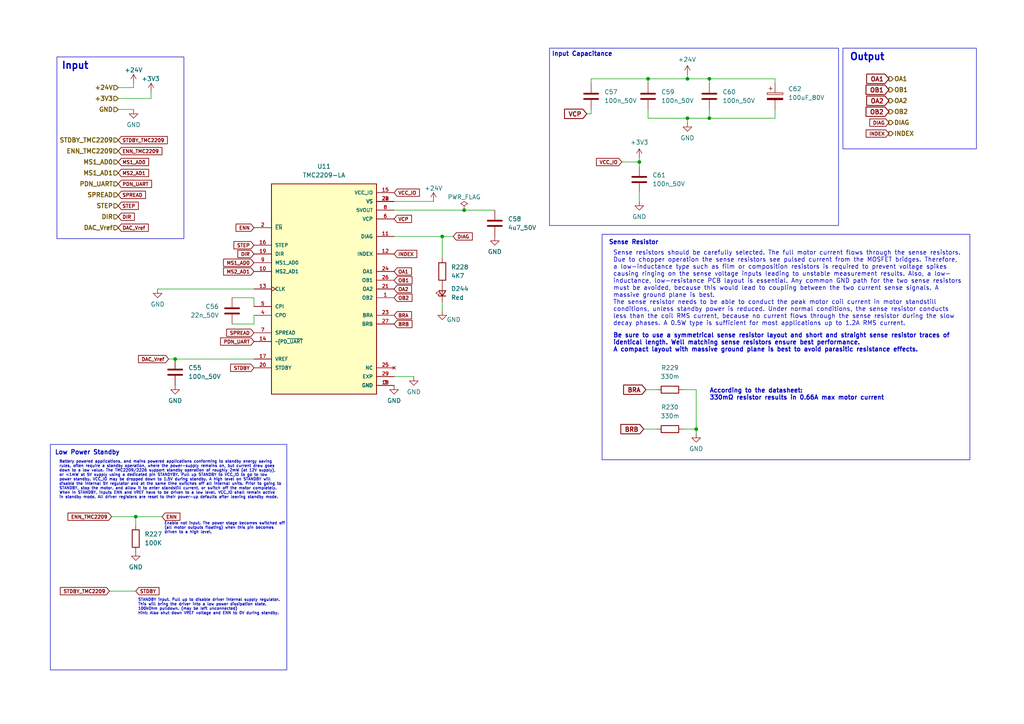
<source format=kicad_sch>
(kicad_sch (version 20231120) (generator "eeschema") (generator_version "8.0")
  (paper "A4")
  (lib_symbols
    (symbol "_C_0402:100n_50V" (pin_numbers hide) (pin_names (offset 0.254))
      (property "Reference" "C" (at 0.635 2.54 0))
      (property "Value" "100n_50V" (at 0.635 -2.54 0))
      (symbol "100n_50V_0_1"
        (polyline (pts (xy -2.032 -0.762) (xy 2.032 -0.762)) (stroke (width 0.508)))
        (polyline (pts (xy -2.032 0.762) (xy 2.032 0.762)) (stroke (width 0.508)))
      )
      (symbol "100n_50V_1_1"
        (pin passive line (at 0 3.81 270) (length 2.794) (name "~") (number "1"))
        (pin passive line (at 0 -3.81 90) (length 2.794) (name "~") (number "2"))
      )
    )
    (symbol "_C_0402:22n_50V" (pin_numbers hide) (pin_names (offset 0.254))
      (property "Reference" "C" (at 0.635 2.54 0))
      (property "Value" "22n_50V" (at 0.635 -2.54 0))
      (symbol "22n_50V_0_1"
        (polyline (pts (xy -2.032 -0.762) (xy 2.032 -0.762)) (stroke (width 0.508)))
        (polyline (pts (xy -2.032 0.762) (xy 2.032 0.762)) (stroke (width 0.508)))
      )
      (symbol "22n_50V_1_1"
        (pin passive line (at 0 3.81 270) (length 2.794) (name "~") (number "1"))
        (pin passive line (at 0 -3.81 90) (length 2.794) (name "~") (number "2"))
      )
    )
    (symbol "_C_1206:4u7_50V" (pin_numbers hide) (pin_names (offset 0.254))
      (property "Reference" "C" (at 0.635 2.54 0))
      (property "Value" "4u7_50V" (at 0.635 -2.54 0))
      (symbol "4u7_50V_0_1"
        (polyline (pts (xy -2.032 -0.762) (xy 2.032 -0.762)) (stroke (width 0.508)))
        (polyline (pts (xy -2.032 0.762) (xy 2.032 0.762)) (stroke (width 0.508)))
      )
      (symbol "4u7_50V_1_1"
        (pin passive line (at 0 3.81 270) (length 2.794) (name "~") (number "1"))
        (pin passive line (at 0 -3.81 90) (length 2.794) (name "~") (number "2"))
      )
    )
    (symbol "_C_Polarized:100uF_80V" (pin_numbers hide) (pin_names (offset 0.254))
      (property "Reference" "C" (at 0.635 2.54 0))
      (property "Value" "100uF_80V" (at 0.635 -2.54 0))
      (symbol "100uF_80V_0_1"
        (rectangle (start -2.286 0.508) (end 2.286 1.016))
        (polyline (pts (xy -1.778 2.286) (xy -0.762 2.286)))
        (polyline (pts (xy -1.27 2.794) (xy -1.27 1.778)))
        (rectangle (start 2.286 -0.508) (end -2.286 -1.016) (fill (type outline)))
      )
      (symbol "100uF_80V_1_1"
        (pin passive line (at 0 3.81 270) (length 2.794) (name "~") (number "1"))
        (pin passive line (at 0 -3.81 90) (length 2.794) (name "~") (number "2"))
      )
    )
    (symbol "_Driver_Motor:TMC2209-LA" (pin_names (offset 1.016))
      (property "Reference" "U" (at -15.24 30.48 0))
      (property "Value" "TMC2209-LA" (at -15.24 -33.02 0))
      (symbol "TMC2209-LA_0_0"
        (rectangle (start -15.24 -30.48) (end 15.24 30.48) (stroke (width 0.254)) (fill (type background)))
        (pin output line (at 20.32 -2.54 180) (length 5.08) (name "OB2") (number "1"))
        (pin input line (at -20.32 5.08 0) (length 5.08) (name "MS2_AD1") (number "10"))
        (pin output line (at 20.32 15.24 180) (length 5.08) (name "DIAG") (number "11"))
        (pin output line (at 20.32 10.16 180) (length 5.08) (name "INDEX") (number "12"))
        (pin input clock (at -20.32 0 0) (length 5.08) (name "CLK") (number "13"))
        (pin bidirectional line (at -20.32 -15.24 0) (length 5.08) (name "~{PD~{_UART}") (number "14"))
        (pin power_in line (at 20.32 27.94 180) (length 5.08) (name "VCC_IO") (number "15"))
        (pin input line (at -20.32 12.7 0) (length 5.08) (name "STEP") (number "16"))
        (pin input line (at -20.32 -20.32 0) (length 5.08) (name "VREF") (number "17"))
        (pin power_in line (at 20.32 -27.94 180) (length 5.08) (name "GND") (number "18"))
        (pin input line (at -20.32 10.16 0) (length 5.08) (name "DIR") (number "19"))
        (pin input line (at -20.32 17.78 0) (length 5.08) (name "~{EN}") (number "2"))
        (pin input line (at -20.32 -22.86 0) (length 5.08) (name "STDBY") (number "20"))
        (pin output line (at 20.32 0 180) (length 5.08) (name "OA2") (number "21"))
        (pin power_in line (at 20.32 25.4 180) (length 5.08) (name "VS") (number "22"))
        (pin bidirectional line (at 20.32 -7.62 180) (length 5.08) (name "BRA") (number "23"))
        (pin output line (at 20.32 5.08 180) (length 5.08) (name "OA1") (number "24"))
        (pin no_connect line (at 20.32 -22.86 180) (length 5.08) (name "NC") (number "25"))
        (pin output line (at 20.32 2.54 180) (length 5.08) (name "OB1") (number "26"))
        (pin bidirectional line (at 20.32 -10.16 180) (length 5.08) (name "BRB") (number "27"))
        (pin power_in line (at 20.32 25.4 180) (length 5.08) (name "VS") (number "28"))
        (pin power_in line (at 20.32 -25.4 180) (length 5.08) (name "EXP") (number "29"))
        (pin power_in line (at 20.32 -27.94 180) (length 5.08) (name "GND") (number "3"))
        (pin output line (at -20.32 -7.62 0) (length 5.08) (name "CPO") (number "4"))
        (pin input line (at -20.32 -5.08 0) (length 5.08) (name "CPI") (number "5"))
        (pin power_in line (at 20.32 20.32 180) (length 5.08) (name "VCP") (number "6"))
        (pin input line (at -20.32 -12.7 0) (length 5.08) (name "SPREAD") (number "7"))
        (pin power_in line (at 20.32 22.86 180) (length 5.08) (name "5VOUT") (number "8"))
        (pin input line (at -20.32 7.62 0) (length 5.08) (name "MS1_AD0") (number "9"))
      )
    )
    (symbol "_LED:Red" (pin_numbers hide) (pin_names (offset 0.254) hide)
      (property "Reference" "D" (at -1.27 3.175 0))
      (property "Value" "Red" (at -4.445 -2.54 0))
      (symbol "Red_0_1"
        (polyline (pts (xy -0.762 -1.016) (xy -0.762 1.016)) (stroke (width 0.254)))
        (polyline (pts (xy 1.016 0) (xy -0.762 0)))
        (polyline (pts (xy 0.762 -1.016) (xy -0.762 0) (xy 0.762 1.016) (xy 0.762 -1.016)) (stroke (width 0.254)))
        (polyline (pts (xy 0 0.762) (xy -0.508 1.27) (xy -0.254 1.27) (xy -0.508 1.27) (xy -0.508 1.016)))
        (polyline (pts (xy 0.508 1.27) (xy 0 1.778) (xy 0.254 1.778) (xy 0 1.778) (xy 0 1.524)))
      )
      (symbol "Red_1_1"
        (pin passive line (at -2.54 0 0) (length 1.778) (name "K") (number "1"))
        (pin passive line (at 2.54 0 180) (length 1.778) (name "A") (number "2"))
      )
    )
    (symbol "_R_0402:100K" (pin_numbers hide) (pin_names (offset 0))
      (property "Reference" "R" (at 2.032 0 90))
      (property "Value" "100K" (at 0 0 90))
      (symbol "100K_0_1"
        (rectangle (start -1.016 -2.54) (end 1.016 2.54) (stroke (width 0.254)))
      )
      (symbol "100K_1_1"
        (pin passive line (at 0 3.81 270) (length 1.27) (name "~") (number "1"))
        (pin passive line (at 0 -3.81 90) (length 1.27) (name "~") (number "2"))
      )
    )
    (symbol "_R_0603:4K7" (pin_numbers hide) (pin_names (offset 0))
      (property "Reference" "R" (at 2.032 0 90))
      (property "Value" "4K7" (at 0 0 90))
      (symbol "4K7_0_1"
        (rectangle (start -1.016 -2.54) (end 1.016 2.54) (stroke (width 0.254)))
      )
      (symbol "4K7_1_1"
        (pin passive line (at 0 3.81 270) (length 1.27) (name "~") (number "1"))
        (pin passive line (at 0 -3.81 90) (length 1.27) (name "~") (number "2"))
      )
    )
    (symbol "_R_1210:330m" (pin_numbers hide) (pin_names (offset 0))
      (property "Reference" "R" (at 2.032 0 90))
      (property "Value" "330m" (at 0 0 90))
      (symbol "330m_0_1"
        (rectangle (start -1.016 -2.54) (end 1.016 2.54) (stroke (width 0.254)))
      )
      (symbol "330m_1_1"
        (pin passive line (at 0 3.81 270) (length 1.27) (name "~") (number "1"))
        (pin passive line (at 0 -3.81 90) (length 1.27) (name "~") (number "2"))
      )
    )
    (symbol "power:+24V" (power) (pin_names (offset 0))
      (property "Value" "+24V" (at 0 3.556 0))
      (symbol "+24V_0_1"
        (polyline (pts (xy -0.762 1.27) (xy 0 2.54)))
        (polyline (pts (xy 0 0) (xy 0 2.54)))
        (polyline (pts (xy 0 2.54) (xy 0.762 1.27)))
      )
      (symbol "+24V_1_1"
        (pin power_in line (at 0 0 90) (length 0) hide (name "+24V") (number "1"))
      )
    )
    (symbol "power:+3V3" (power) (pin_names (offset 0))
      (property "Value" "+3V3" (at 0 3.556 0))
      (symbol "+3V3_0_1"
        (polyline (pts (xy -0.762 1.27) (xy 0 2.54)))
        (polyline (pts (xy 0 0) (xy 0 2.54)))
        (polyline (pts (xy 0 2.54) (xy 0.762 1.27)))
      )
      (symbol "+3V3_1_1"
        (pin power_in line (at 0 0 90) (length 0) hide (name "+3V3") (number "1"))
      )
    )
    (symbol "power:GND" (power) (pin_names (offset 0))
      (property "Value" "GND" (at 0 -3.81 0))
      (symbol "GND_0_1"
        (polyline (pts (xy 0 0) (xy 0 -1.27) (xy 1.27 -1.27) (xy 0 -2.54) (xy -1.27 -1.27) (xy 0 -1.27)))
      )
      (symbol "GND_1_1"
        (pin power_in line (at 0 0 270) (length 0) hide (name "GND") (number "1"))
      )
    )
    (symbol "power:PWR_FLAG" (power) (pin_numbers hide) (pin_names (offset 0) hide)
      (property "Value" "PWR_FLAG" (at 0 3.81 0))
      (symbol "PWR_FLAG_0_0"
        (pin power_out line (at 0 0 90) (length 0) (name "pwr") (number "1"))
      )
      (symbol "PWR_FLAG_0_1"
        (polyline (pts (xy 0 0) (xy 0 1.27) (xy -1.016 1.905) (xy 0 2.54) (xy 1.016 1.905) (xy 0 1.27)))
      )
    )
  )
  (junction (at 187.96 22.86))
  (junction (at 39.37 149.86))
  (junction (at 128.27 68.58))
  (junction (at 199.39 34.29))
  (junction (at 134.62 60.96))
  (junction (at 199.39 22.86))
  (junction (at 205.74 22.86))
  (junction (at 50.8 104.14))
  (junction (at 205.74 34.29))
  (junction (at 201.93 124.46))
  (junction (at 185.42 46.99))
  (wire (pts (xy 199.39 34.29) (xy 205.74 34.29)))
  (wire (pts (xy 186.69 124.46) (xy 190.5 124.46)))
  (wire (pts (xy 48.895 104.14) (xy 50.8 104.14)))
  (wire (pts (xy 131.445 68.58) (xy 128.27 68.58)))
  (wire (pts (xy 67.31 93.98) (xy 73.66 93.98)))
  (wire (pts (xy 187.96 31.75) (xy 187.96 34.29)))
  (wire (pts (xy 171.45 22.86) (xy 187.96 22.86)))
  (wire (pts (xy 45.72 83.82) (xy 73.66 83.82)))
  (wire (pts (xy 171.45 31.75) (xy 171.45 33.02)))
  (wire (pts (xy 205.74 22.86) (xy 224.79 22.86)))
  (wire (pts (xy 34.29 31.75) (xy 38.735 31.75)))
  (wire (pts (xy 171.45 22.86) (xy 171.45 24.13)))
  (wire (pts (xy 187.325 113.03) (xy 190.5 113.03)))
  (wire (pts (xy 187.96 22.86) (xy 199.39 22.86)))
  (wire (pts (xy 187.96 22.86) (xy 187.96 24.13)))
  (wire (pts (xy 224.79 31.75) (xy 224.79 34.29)))
  (wire (pts (xy 50.8 104.14) (xy 73.66 104.14)))
  (wire (pts (xy 67.31 86.36) (xy 73.66 86.36)))
  (wire (pts (xy 185.42 46.99) (xy 185.42 48.26)))
  (wire (pts (xy 201.93 113.03) (xy 198.12 113.03)))
  (wire (pts (xy 185.42 55.88) (xy 185.42 58.42)))
  (wire (pts (xy 31.75 171.45) (xy 39.37 171.45)))
  (wire (pts (xy 198.12 124.46) (xy 201.93 124.46)))
  (wire (pts (xy 128.27 68.58) (xy 128.27 74.93)))
  (wire (pts (xy 128.27 68.58) (xy 114.3 68.58)))
  (wire (pts (xy 199.39 21.59) (xy 199.39 22.86)))
  (wire (pts (xy 73.66 86.36) (xy 73.66 88.9)))
  (wire (pts (xy 199.39 34.29) (xy 199.39 35.56)))
  (wire (pts (xy 38.735 25.4) (xy 34.29 25.4)))
  (wire (pts (xy 187.96 34.29) (xy 199.39 34.29)))
  (wire (pts (xy 114.3 58.42) (xy 125.73 58.42)))
  (wire (pts (xy 39.37 149.86) (xy 46.99 149.86)))
  (wire (pts (xy 73.66 91.44) (xy 73.66 93.98)))
  (wire (pts (xy 180.34 46.99) (xy 185.42 46.99)))
  (wire (pts (xy 185.42 46.99) (xy 185.42 45.72)))
  (wire (pts (xy 34.29 28.575) (xy 43.815 28.575)))
  (wire (pts (xy 201.93 124.46) (xy 201.93 125.73)))
  (wire (pts (xy 224.79 34.29) (xy 205.74 34.29)))
  (wire (pts (xy 39.37 149.86) (xy 39.37 152.4)))
  (wire (pts (xy 114.3 60.96) (xy 134.62 60.96)))
  (wire (pts (xy 43.815 26.67) (xy 43.815 28.575)))
  (wire (pts (xy 201.93 113.03) (xy 201.93 124.46)))
  (wire (pts (xy 134.62 60.96) (xy 143.51 60.96)))
  (wire (pts (xy 224.79 22.86) (xy 224.79 24.13)))
  (wire (pts (xy 38.735 24.13) (xy 38.735 25.4)))
  (wire (pts (xy 32.385 149.86) (xy 39.37 149.86)))
  (wire (pts (xy 205.74 22.86) (xy 205.74 24.13)))
  (wire (pts (xy 114.3 109.22) (xy 120.015 109.22)))
  (wire (pts (xy 128.27 90.17) (xy 128.27 87.63)))
  (wire (pts (xy 199.39 22.86) (xy 205.74 22.86)))
  (wire (pts (xy 205.74 31.75) (xy 205.74 34.29)))
  (wire (pts (xy 171.45 33.02) (xy 170.18 33.02)))
  (rectangle (start 159.385 13.97) (end 243.205 65.405))
  (rectangle (start 244.475 13.97) (end 283.21 43.18))
  (rectangle (start 16.51 16.51) (end 53.34 69.215))
  (rectangle (start 14.605 128.905) (end 83.185 194.31))
  (rectangle (start 174.625 67.945) (end 281.305 133.35))
  (text "STANDBY input. Pull up to disable driver internal supply regulator.\nThis will bring the driver into a low power dissipation state.\n100kOhm pulldown. (may be left unconnected)\nHint: Also shut down VREF voltage and ENN to 0V during standby." (at 40.005 178.435 0) (effects (font (size 0.8 0.8)) (justify left bottom)))
  (text "Output" (at 246.38 17.78 0) (effects (font (size 2 2) (thickness 0.4) (bold yes)) (justify left bottom)))
  (text "Sense resistors should be carefully selected. The full motor current flows through the sense resistors.\nDue to chopper operation the sense resistors see pulsed current from the MOSFET bridges. Therefore,\na low-inductance type such as film or composition resistors is required to prevent voltage spikes\ncausing ringing on the sense voltage inputs leading to unstable measurement results. Also, a low-\ninductance, low-resistance PCB layout is essential. Any common GND path for the two sense resistors\nmust be avoided, because this would lead to coupling between the two current sense signals. A\nmassive ground plane is best.\nThe sense resistor needs to be able to conduct the peak motor coil current in motor standstill\nconditions, unless standby power is reduced. Under normal conditions, the sense resistor conducts\nless than the coil RMS current, because no current flows through the sense resistor during the slow\ndecay phases. A 0.5W type is sufficient for most applications up to 1.2A RMS current." (at 177.8 94.615 0) (effects (font (size 1.27 1.27)) (justify left bottom)))
  (text "Enable not input. The power stage becomes switched off\n(all motor outputs floating) when this pin becomes\ndriven to a high level." (at 47.625 154.94 0) (effects (font (size 0.8 0.8)) (justify left bottom)))
  (text "Low Power Standby" (at 15.875 132.08 0) (effects (font (size 1.27 1.27) (bold yes)) (justify left bottom)))
  (text "Be sure to use a symmetrical sense resistor layout and short and straight sense resistor traces of\nidentical length. Well matching sense resistors ensure best performance.\nA compact layout with massive ground plane is best to avoid parasitic resistance effects." (at 177.8 102.235 0) (effects (font (size 1.27 1.27) (thickness 0.254) (bold yes)) (justify left bottom)))
  (text "According to the datasheet:\n330mΩ resistor results in 0.66A max motor current" (at 205.74 116.205 0) (effects (font (size 1.27 1.27) (bold yes)) (justify left bottom)))
  (text "Sense Resistor" (at 176.53 71.12 0) (effects (font (size 1.27 1.27) (bold yes)) (justify left bottom)))
  (text "Battery powered applications, and mains powered applications conforming to standby energy saving\nrules, often require a standby operation, where the power-supply remains on, but current draw goes\ndown to a low value. The TMC2209/2226 support standby operation of roughly 2mW (at 12V supply),\nor <1mW at 5V supply using a dedicated pin STANDYBY. Pull up STANDBY to VCC_IO to go to low\npower standby. VCC_IO may be dropped down to 1.5V during standby. A high level on STANDBY will\ndisable the internal 5V regulator and at the same time switches off all internal units. Prior to going to\nSTANDBY, stop the motor, and allow it to enter standstill current, or switch off the motor completely.\nWhen in STANDBY, inputs ENN and VREF have to be driven to a low level. VCC_IO shall remain active\nin standby mode. All driver registers are reset to their power-up defaults after leaving standby mode." (at 17.145 144.78 0) (effects (font (size 0.8 0.8)) (justify left bottom)))
  (text "Input Capacitance" (at 160.02 16.51 0) (effects (font (size 1.27 1.27) (bold yes)) (justify left bottom)))
  (text "Input" (at 17.78 20.32 0) (effects (font (size 2 2) (thickness 0.4) (bold yes)) (justify left bottom)))
  (global_label "ENN" (shape input) (at 73.66 66.04 180) (effects (font (size 1 1) (bold yes))) (property "Intersheetrefs" "${INTERSHEET_REFS}" (effects (hide yes))))
  (global_label "DAC_Vref" (shape input) (at 48.895 104.14 180) (effects (font (size 1 1) (bold yes))) (property "Intersheetrefs" "${INTERSHEET_REFS}" (effects (hide yes))))
  (global_label "BRA" (shape input) (at 114.3 91.44 0) (effects (font (size 1 1) (bold yes))) (property "Intersheetrefs" "${INTERSHEET_REFS}" (effects (hide yes))))
  (global_label "INDEX" (shape input) (at 257.81 38.735 180) (effects (font (size 1 1) (bold yes))) (property "Intersheetrefs" "${INTERSHEET_REFS}" (effects (hide yes))))
  (global_label "ENN" (shape input) (at 46.99 149.86 0) (effects (font (size 1 1) (bold yes))) (property "Intersheetrefs" "${INTERSHEET_REFS}" (effects (hide yes))))
  (global_label "VCP" (shape input) (at 170.18 33.02 180) (effects (font (bold yes))) (property "Intersheetrefs" "${INTERSHEET_REFS}" (effects (hide yes))))
  (global_label "STDBY" (shape input) (at 39.37 171.45 0) (effects (font (size 1 1) (bold yes))) (property "Intersheetrefs" "${INTERSHEET_REFS}" (effects (hide yes))))
  (global_label "MS2_AD1" (shape input) (at 34.29 50.165 0) (effects (font (size 1 1) (bold yes))) (property "Intersheetrefs" "${INTERSHEET_REFS}" (effects (hide yes))))
  (global_label "BRA" (shape input) (at 187.325 113.03 180) (effects (font (bold yes))) (property "Intersheetrefs" "${INTERSHEET_REFS}" (effects (hide yes))))
  (global_label "SPREAD" (shape input) (at 73.66 96.52 180) (effects (font (size 1 1) (bold yes))) (property "Intersheetrefs" "${INTERSHEET_REFS}" (effects (hide yes))))
  (global_label "VCC_IO" (shape input) (at 180.34 46.99 180) (effects (font (size 1 1) (bold yes))) (property "Intersheetrefs" "${INTERSHEET_REFS}" (effects (hide yes))))
  (global_label "VCP" (shape input) (at 114.3 63.5 0) (effects (font (size 1 1) (bold yes))) (property "Intersheetrefs" "${INTERSHEET_REFS}" (effects (hide yes))))
  (global_label "OB2" (shape input) (at 114.3 86.36 0) (effects (font (size 1 1) (bold yes))) (property "Intersheetrefs" "${INTERSHEET_REFS}" (effects (hide yes))))
  (global_label "MS1_AD0" (shape input) (at 34.29 46.99 0) (effects (font (size 1 1) (bold yes))) (property "Intersheetrefs" "${INTERSHEET_REFS}" (effects (hide yes))))
  (global_label "PDN_UART" (shape input) (at 34.29 53.34 0) (effects (font (size 1 1) (bold yes))) (property "Intersheetrefs" "${INTERSHEET_REFS}" (effects (hide yes))))
  (global_label "STEP" (shape input) (at 34.29 59.69 0) (effects (font (size 1 1) (bold yes))) (property "Intersheetrefs" "${INTERSHEET_REFS}" (effects (hide yes))))
  (global_label "DIR" (shape input) (at 73.66 73.66 180) (effects (font (size 1 1) (bold yes))) (property "Intersheetrefs" "${INTERSHEET_REFS}" (effects (hide yes))))
  (global_label "STEP" (shape input) (at 73.66 71.12 180) (effects (font (size 1 1) (bold yes))) (property "Intersheetrefs" "${INTERSHEET_REFS}" (effects (hide yes))))
  (global_label "MS2_AD1" (shape input) (at 73.66 78.74 180) (effects (font (size 1 1) (bold yes))) (property "Intersheetrefs" "${INTERSHEET_REFS}" (effects (hide yes))))
  (global_label "OA1" (shape input) (at 114.3 78.74 0) (effects (font (size 1 1) (bold yes))) (property "Intersheetrefs" "${INTERSHEET_REFS}" (effects (hide yes))))
  (global_label "DAC_Vref" (shape input) (at 34.29 66.04 0) (effects (font (size 1 1) (bold yes))) (property "Intersheetrefs" "${INTERSHEET_REFS}" (effects (hide yes))))
  (global_label "DIAG" (shape input) (at 257.81 35.56 180) (effects (font (size 1 1) (bold yes))) (property "Intersheetrefs" "${INTERSHEET_REFS}" (effects (hide yes))))
  (global_label "MS1_AD0" (shape input) (at 73.66 76.2 180) (effects (font (size 1 1) (bold yes))) (property "Intersheetrefs" "${INTERSHEET_REFS}" (effects (hide yes))))
  (global_label "OA1" (shape input) (at 257.81 22.86 180) (effects (font (bold yes))) (property "Intersheetrefs" "${INTERSHEET_REFS}" (effects (hide yes))))
  (global_label "STDBY" (shape input) (at 73.66 106.68 180) (effects (font (size 1 1) (bold yes))) (property "Intersheetrefs" "${INTERSHEET_REFS}" (effects (hide yes))))
  (global_label "OA2" (shape input) (at 257.81 29.21 180) (effects (font (bold yes))) (property "Intersheetrefs" "${INTERSHEET_REFS}" (effects (hide yes))))
  (global_label "VCC_IO" (shape input) (at 114.3 55.88 0) (effects (font (size 1 1) (bold yes))) (property "Intersheetrefs" "${INTERSHEET_REFS}" (effects (hide yes))))
  (global_label "STDBY_TMC2209" (shape input) (at 34.29 40.64 0) (effects (font (size 1 1) (bold yes))) (property "Intersheetrefs" "${INTERSHEET_REFS}" (effects (hide yes))))
  (global_label "BRB" (shape input) (at 114.3 93.98 0) (effects (font (size 1 1) (bold yes))) (property "Intersheetrefs" "${INTERSHEET_REFS}" (effects (hide yes))))
  (global_label "STDBY_TMC2209" (shape input) (at 31.75 171.45 180) (effects (font (size 1 1) (bold yes))) (property "Intersheetrefs" "${INTERSHEET_REFS}" (effects (hide yes))))
  (global_label "ENN_TMC2209" (shape input) (at 32.385 149.86 180) (effects (font (size 1 1) (bold yes))) (property "Intersheetrefs" "${INTERSHEET_REFS}" (effects (hide yes))))
  (global_label "SPREAD" (shape input) (at 34.29 56.515 0) (effects (font (size 1 1) (bold yes))) (property "Intersheetrefs" "${INTERSHEET_REFS}" (effects (hide yes))))
  (global_label "OB1" (shape input) (at 114.3 81.28 0) (effects (font (size 1 1) (bold yes))) (property "Intersheetrefs" "${INTERSHEET_REFS}" (effects (hide yes))))
  (global_label "ENN_TMC2209" (shape input) (at 34.29 43.815 0) (effects (font (size 1 1) (bold yes))) (property "Intersheetrefs" "${INTERSHEET_REFS}" (effects (hide yes))))
  (global_label "OA2" (shape input) (at 114.3 83.82 0) (effects (font (size 1 1) (bold yes))) (property "Intersheetrefs" "${INTERSHEET_REFS}" (effects (hide yes))))
  (global_label "DIR" (shape input) (at 34.29 62.865 0) (effects (font (size 1 1) (bold yes))) (property "Intersheetrefs" "${INTERSHEET_REFS}" (effects (hide yes))))
  (global_label "INDEX" (shape input) (at 114.3 73.66 0) (effects (font (size 1 1) (bold yes))) (property "Intersheetrefs" "${INTERSHEET_REFS}" (effects (hide yes))))
  (global_label "OB2" (shape input) (at 257.81 32.385 180) (effects (font (bold yes))) (property "Intersheetrefs" "${INTERSHEET_REFS}" (effects (hide yes))))
  (global_label "DIAG" (shape input) (at 131.445 68.58 0) (effects (font (size 1 1) (bold yes))) (property "Intersheetrefs" "${INTERSHEET_REFS}" (effects (hide yes))))
  (global_label "OB1" (shape input) (at 257.81 26.035 180) (effects (font (bold yes))) (property "Intersheetrefs" "${INTERSHEET_REFS}" (effects (hide yes))))
  (global_label "PDN_UART" (shape input) (at 73.66 99.06 180) (effects (font (size 1 1) (bold yes))) (property "Intersheetrefs" "${INTERSHEET_REFS}" (effects (hide yes))))
  (global_label "BRB" (shape input) (at 186.69 124.46 180) (effects (font (bold yes))) (property "Intersheetrefs" "${INTERSHEET_REFS}" (effects (hide yes))))
  (hierarchical_label "DIAG" (shape output) (at 257.81 35.56 0) (effects (font (bold yes))))
  (hierarchical_label "ENN_TMC2209" (shape input) (at 34.29 43.815 180) (effects (font (bold yes))))
  (hierarchical_label "INDEX" (shape output) (at 257.81 38.735 0) (effects (font (bold yes))))
  (hierarchical_label "+24V" (shape input) (at 34.29 25.4 180) (effects (font (bold yes))))
  (hierarchical_label "OB1" (shape output) (at 257.81 26.035 0) (effects (font (bold yes))))
  (hierarchical_label "+3V3" (shape input) (at 34.29 28.575 180) (effects (font (bold yes))))
  (hierarchical_label "PDN_UART" (shape input) (at 34.29 53.34 180) (effects (font (bold yes))))
  (hierarchical_label "MS1_AD1" (shape input) (at 34.29 50.165 180) (effects (font (bold yes))))
  (hierarchical_label "SPREAD" (shape input) (at 34.29 56.515 180) (effects (font (bold yes))))
  (hierarchical_label "OB2" (shape output) (at 257.81 32.385 0) (effects (font (bold yes))))
  (hierarchical_label "GND" (shape input) (at 34.29 31.75 180) (effects (font (bold yes))))
  (hierarchical_label "OA1" (shape output) (at 257.81 22.86 0) (effects (font (bold yes))))
  (hierarchical_label "MS1_AD0" (shape input) (at 34.29 46.99 180) (effects (font (bold yes))))
  (hierarchical_label "DAC_Vref" (shape input) (at 34.29 66.04 180) (effects (font (bold yes))))
  (hierarchical_label "STEP" (shape input) (at 34.29 59.69 180) (effects (font (bold yes))))
  (hierarchical_label "DIR" (shape input) (at 34.29 62.865 180) (effects (font (bold yes))))
  (hierarchical_label "STDBY_TMC2209" (shape input) (at 34.29 40.64 180) (effects (font (bold yes))))
  (hierarchical_label "OA2" (shape output) (at 257.81 29.21 0) (effects (font (bold yes))))
  (symbol (lib_id "power:PWR_FLAG") (at 134.62 60.96 0) (unit 1)
    (property "Reference" "#FLG04" (effects (hide yes)))
    (property "Value" "PWR_FLAG" (at 134.62 57.15 0))
  )
  (symbol (lib_id "_C_Polarized:100uF_80V") (at 224.79 27.94 0) (unit 1)
    (property "Reference" "C62" (at 228.6 25.7809 0) (effects (justify left)))
    (property "Value" "100uF_80V" (at 228.6 28.3209 0) (effects (justify left)))
    (property "Footprint" "Robast:CP_Elec_12.5x13.5" (effects (hide yes)))
    (property "Datasheet" "https://www.mouser.de/datasheet/2/231/161587245243-2307006.pdf" (effects (hide yes)))
    (property "Description" "Aluminum Electrolytic Capacitor 100uF 80V ±20% SMD,D12.5xL13.5mm" (effects (hide yes)))
    (property "MF" "Lelon" (effects (hide yes)))
    (property "MPN" "VZH101M1KTR-1313" (effects (hide yes)))
    (property "OC_LCSC" "C249839" (effects (hide yes)))
  )
  (symbol (lib_id "power:+24V") (at 199.39 21.59 0) (unit 1)
    (property "Reference" "#PWR0223" (effects (hide yes)))
    (property "Value" "+24V" (at 199.263 17.272 0))
  )
  (symbol (lib_id "power:GND") (at 199.39 35.56 0) (unit 1)
    (property "Reference" "#PWR0224" (effects (hide yes)))
    (property "Value" "GND" (at 199.39 40.005 0))
  )
  (symbol (lib_id "_R_0402:100K") (at 39.37 156.21 0) (unit 1)
    (property "Reference" "R227" (at 41.91 154.9399 0) (effects (justify left)))
    (property "Value" "100K" (at 41.91 157.4799 0) (effects (justify left)))
    (property "Footprint" "Resistor_SMD:R_0402_1005Metric" (effects (hide yes)))
    (property "Description" "Resistor 100K 1% 62.5mW 50V 0402" (effects (hide yes)))
    (property "MF" "UNI-ROYAL" (effects (hide yes)))
    (property "MPN" "0402WGF1003TCE" (effects (hide yes)))
    (property "OC_LCSC" "C25741" (effects (hide yes)))
  )
  (symbol (lib_id "_C_0402:100n_50V") (at 205.74 27.94 0) (unit 1)
    (property "Reference" "C60" (at 209.55 26.6699 0) (effects (justify left)))
    (property "Value" "100n_50V" (at 209.55 29.2099 0) (effects (justify left)))
    (property "Footprint" "Capacitor_SMD:C_0402_1005Metric" (effects (hide yes)))
    (property "Datasheet" "https://product.samsungsem.com/mlcc/CL05B104KB54PN.do" (effects (hide yes)))
    (property "Description" "Capacitor 100nF 50V X7R 10% 0402" (effects (hide yes)))
    (property "MF" "Samsung Electro-Mechanics" (effects (hide yes)))
    (property "MPN" "CL05B104KB54PNC" (effects (hide yes)))
    (property "OC_LCSC" "C307331" (effects (hide yes)))
  )
  (symbol (lib_id "_C_1206:4u7_50V") (at 143.51 64.77 0) (unit 1)
    (property "Reference" "C58" (at 147.32 63.4999 0) (effects (justify left)))
    (property "Value" "4u7_50V" (at 147.32 66.0399 0) (effects (justify left)))
    (property "Footprint" "Capacitor_SMD:C_1206_3216Metric" (effects (hide yes)))
    (property "Description" "Capacitor 4.7uF 50V X7R 10% 1206" (effects (hide yes)))
    (property "MF" "FH" (effects (hide yes)))
    (property "MPN" "1206B475K500NT" (effects (hide yes)))
    (property "OC_LCSC" "C29823" (effects (hide yes)))
  )
  (symbol (lib_id "power:+24V") (at 125.73 58.42 0) (unit 1)
    (property "Reference" "#PWR0230" (effects (hide yes)))
    (property "Value" "+24V" (at 125.73 54.61 0))
  )
  (symbol (lib_id "power:+3V3") (at 185.42 45.72 0) (unit 1)
    (property "Reference" "#PWR0221" (effects (hide yes)))
    (property "Value" "+3V3" (at 185.42 41.275 0))
  )
  (symbol (lib_id "power:GND") (at 39.37 160.02 0) (unit 1)
    (property "Reference" "#PWR0225" (effects (hide yes)))
    (property "Value" "GND" (at 39.37 164.465 0))
  )
  (symbol (lib_id "_LED:Red") (at 128.27 85.09 90) (unit 1)
    (property "Reference" "D244" (at 130.81 83.7564 90) (effects (justify right)))
    (property "Value" "Red" (at 130.81 86.2964 90) (effects (justify right)))
    (property "Footprint" "LED_SMD:LED_0603_1608Metric" (effects (hide yes)))
    (property "Datasheet" "https://datasheet.lcsc.com/lcsc/1810231112_Hubei-KENTO-Elec-KT-0603R_C2286.pdf" (effects (hide yes)))
    (property "Description" "LED Red 0603" (effects (hide yes)))
    (property "MF" "Hubei KENTO Elec" (effects (hide yes)))
    (property "MPN" "KT-0603R" (effects (hide yes)))
    (property "OC_LCSC" "C2286" (effects (hide yes)))
  )
  (symbol (lib_id "_C_0402:100n_50V") (at 171.45 27.94 0) (unit 1)
    (property "Reference" "C57" (at 175.26 26.6699 0) (effects (justify left)))
    (property "Value" "100n_50V" (at 175.26 29.2099 0) (effects (justify left)))
    (property "Footprint" "Capacitor_SMD:C_0402_1005Metric" (effects (hide yes)))
    (property "Datasheet" "https://product.samsungsem.com/mlcc/CL05B104KB54PN.do" (effects (hide yes)))
    (property "Description" "Capacitor 100nF 50V X7R 10% 0402" (effects (hide yes)))
    (property "MF" "Samsung Electro-Mechanics" (effects (hide yes)))
    (property "MPN" "CL05B104KB54PNC" (effects (hide yes)))
    (property "OC_LCSC" "C307331" (effects (hide yes)))
  )
  (symbol (lib_id "_C_0402:100n_50V") (at 187.96 27.94 0) (unit 1)
    (property "Reference" "C59" (at 191.77 26.6699 0) (effects (justify left)))
    (property "Value" "100n_50V" (at 191.77 29.2099 0) (effects (justify left)))
    (property "Footprint" "Capacitor_SMD:C_0402_1005Metric" (effects (hide yes)))
    (property "Datasheet" "https://product.samsungsem.com/mlcc/CL05B104KB54PN.do" (effects (hide yes)))
    (property "Description" "Capacitor 100nF 50V X7R 10% 0402" (effects (hide yes)))
    (property "MF" "Samsung Electro-Mechanics" (effects (hide yes)))
    (property "MPN" "CL05B104KB54PNC" (effects (hide yes)))
    (property "OC_LCSC" "C307331" (effects (hide yes)))
  )
  (symbol (lib_id "power:GND") (at 50.8 111.76 0) (unit 1)
    (property "Reference" "#PWR0227" (effects (hide yes)))
    (property "Value" "GND" (at 50.8 116.205 0))
  )
  (symbol (lib_id "power:GND") (at 143.51 68.58 0) (unit 1)
    (property "Reference" "#PWR0232" (effects (hide yes)))
    (property "Value" "GND" (at 143.51 73.025 0))
  )
  (symbol (lib_id "power:GND") (at 185.42 58.42 0) (unit 1)
    (property "Reference" "#PWR0222" (effects (hide yes)))
    (property "Value" "GND" (at 185.42 62.865 0))
  )
  (symbol (lib_id "_R_0603:4K7") (at 128.27 78.74 0) (unit 1)
    (property "Reference" "R228" (at 130.81 77.4699 0) (effects (justify left)))
    (property "Value" "4K7" (at 130.81 80.0099 0) (effects (justify left)))
    (property "Footprint" "Resistor_SMD:R_0603_1608Metric" (effects (hide yes)))
    (property "Datasheet" "https://datasheet.lcsc.com/lcsc/2206010100_UNI-ROYAL-Uniroyal-Elec-0603WAF4701T5E_C23162.pdf" (effects (hide yes)))
    (property "Description" "Resistor 4K7 1% 100mW 75V 0603" (effects (hide yes)))
    (property "MF" "UNI-ROYAL" (effects (hide yes)))
    (property "MPN" "0603WAF4701T5E" (effects (hide yes)))
    (property "OC_LCSC" "C23162" (effects (hide yes)))
  )
  (symbol (lib_id "_R_1210:330m") (at 194.31 124.46 90) (unit 1)
    (property "Reference" "R230" (at 194.31 118.11 90))
    (property "Value" "330m" (at 194.31 120.65 90))
    (property "Footprint" "Resistor_SMD:R_1210_3225Metric" (effects (hide yes)))
    (property "Datasheet" "https://wmsc.lcsc.com/wmsc/upload/file/pdf/v2/lcsc/2201181800_FOJAN-FRL1210FR330TS_C2960935.pdf" (effects (hide yes)))
    (property "Description" "Resistor 330mΩ 1% 500mW 500V 1210" (effects (hide yes)))
    (property "MF" "FOJAN" (effects (hide yes)))
    (property "MPN" "FRL1210FR330TS" (effects (hide yes)))
    (property "OC_LCSC" "C2960935" (effects (hide yes)))
  )
  (symbol (lib_id "power:GND") (at 114.3 111.76 0) (unit 1)
    (property "Reference" "#PWR0228" (effects (hide yes)))
    (property "Value" "GND" (at 114.3 116.205 0))
  )
  (symbol (lib_id "_R_1210:330m") (at 194.31 113.03 90) (unit 1)
    (property "Reference" "R229" (at 194.31 106.68 90))
    (property "Value" "330m" (at 194.31 109.22 90))
    (property "Footprint" "Resistor_SMD:R_1210_3225Metric" (effects (hide yes)))
    (property "Datasheet" "https://wmsc.lcsc.com/wmsc/upload/file/pdf/v2/lcsc/2201181800_FOJAN-FRL1210FR330TS_C2960935.pdf" (effects (hide yes)))
    (property "Description" "Resistor 330mΩ 1% 500mW 500V 1210" (effects (hide yes)))
    (property "MF" "FOJAN" (effects (hide yes)))
    (property "MPN" "FRL1210FR330TS" (effects (hide yes)))
    (property "OC_LCSC" "C2960935" (effects (hide yes)))
  )
  (symbol (lib_id "_Driver_Motor:TMC2209-LA") (at 93.98 83.82 0) (unit 1)
    (property "Reference" "U11" (at 93.98 48.26 0))
    (property "Value" "TMC2209-LA" (at 93.98 50.8 0))
    (property "Footprint" "Package_DFN_QFN:QFN-28-1EP_5x5mm_P0.5mm_EP3.1x3.1mm_ThermalVias" (effects (hide yes)))
    (property "Datasheet" "https://www.analog.com/media/en/technical-documentation/data-sheets/TMC2209_datasheet_rev1.09.pdf" (effects (hide yes)))
    (property "Description" "TMC2209 Silent stepper motor driver with stealthChop2 and spreadCycle for efficient performance" (effects (hide yes)))
    (property "PARTREV" "1.08" (effects (hide yes)))
    (property "STANDARD" "IPC-7351B" (effects (hide yes)))
    (property "SNAPEDA_PN" "TMC2209-LA" (effects (hide yes)))
    (property "MAXIMUM_PACKAGE_HEIGHT" "0.90mm" (effects (hide yes)))
    (property "MANUFACTURER" "Trinamic" (effects (hide yes)))
    (property "MF" "TRINAMIC Motion Control GmbH" (effects (hide yes)))
    (property "MPN" "TMC2209-LA" (effects (hide yes)))
    (property "OC_LCSC" "C465949" (effects (hide yes)))
  )
  (symbol (lib_id "power:GND") (at 38.735 31.75 0) (unit 1)
    (property "Reference" "#PWR0218" (effects (hide yes)))
    (property "Value" "GND" (at 38.735 36.195 0))
  )
  (symbol (lib_id "power:GND") (at 45.72 83.82 0) (unit 1)
    (property "Reference" "#PWR0226" (effects (hide yes)))
    (property "Value" "GND" (at 45.72 88.265 0))
  )
  (symbol (lib_id "power:GND") (at 128.27 90.17 0) (unit 1)
    (property "Reference" "#PWR0231" (effects (hide yes)))
    (property "Value" "GND" (at 129.54 92.71 0) (effects (justify left)))
  )
  (symbol (lib_id "power:+24V") (at 38.735 24.13 0) (unit 1)
    (property "Reference" "#PWR0217" (effects (hide yes)))
    (property "Value" "+24V" (at 38.735 20.32 0))
  )
  (symbol (lib_id "power:GND") (at 120.015 109.22 0) (unit 1)
    (property "Reference" "#PWR0229" (effects (hide yes)))
    (property "Value" "GND" (at 120.015 113.665 0))
  )
  (symbol (lib_id "power:GND") (at 201.93 125.73 0) (unit 1)
    (property "Reference" "#PWR0220" (effects (hide yes)))
    (property "Value" "GND" (at 201.93 130.175 0))
  )
  (symbol (lib_id "_C_0402:100n_50V") (at 185.42 52.07 0) (unit 1)
    (property "Reference" "C61" (at 189.23 50.7999 0) (effects (justify left)))
    (property "Value" "100n_50V" (at 189.23 53.3399 0) (effects (justify left)))
    (property "Footprint" "Capacitor_SMD:C_0402_1005Metric" (effects (hide yes)))
    (property "Datasheet" "https://product.samsungsem.com/mlcc/CL05B104KB54PN.do" (effects (hide yes)))
    (property "Description" "Capacitor 100nF 50V X7R 10% 0402" (effects (hide yes)))
    (property "MF" "Samsung Electro-Mechanics" (effects (hide yes)))
    (property "MPN" "CL05B104KB54PNC" (effects (hide yes)))
    (property "OC_LCSC" "C307331" (effects (hide yes)))
  )
  (symbol (lib_id "_C_0402:22n_50V") (at 67.31 90.17 0) (mirror y) (unit 1)
    (property "Reference" "C56" (at 63.5 88.8999 0) (effects (justify left)))
    (property "Value" "22n_50V" (at 63.5 91.4399 0) (effects (justify left)))
    (property "Footprint" "Capacitor_SMD:C_0402_1005Metric" (effects (hide yes)))
    (property "Datasheet" "https://wmsc.lcsc.com/wmsc/upload/file/pdf/v2/lcsc/2304140030_FH--Guangdong-Fenghua-Advanced-Tech-0402B223K500NT_C1532.pdf" (effects (hide yes)))
    (property "Description" "Capacitor 22nF 50V X7R 10% 0402" (effects (hide yes)))
    (property "MF" "FH" (effects (hide yes)))
    (property "MPN" "0402B223K500NT" (effects (hide yes)))
    (property "OC_LCSC" "C1532" (effects (hide yes)))
  )
  (symbol (lib_id "_C_0402:100n_50V") (at 50.8 107.95 0) (unit 1)
    (property "Reference" "C55" (at 54.61 106.6799 0) (effects (justify left)))
    (property "Value" "100n_50V" (at 54.61 109.2199 0) (effects (justify left)))
    (property "Footprint" "Capacitor_SMD:C_0402_1005Metric" (effects (hide yes)))
    (property "Datasheet" "https://product.samsungsem.com/mlcc/CL05B104KB54PN.do" (effects (hide yes)))
    (property "Description" "Capacitor 100nF 50V X7R 10% 0402" (effects (hide yes)))
    (property "MF" "Samsung Electro-Mechanics" (effects (hide yes)))
    (property "MPN" "CL05B104KB54PNC" (effects (hide yes)))
    (property "OC_LCSC" "C307331" (effects (hide yes)))
  )
  (symbol (lib_id "power:+3V3") (at 43.815 26.67 0) (unit 1)
    (property "Reference" "#PWR0219" (effects (hide yes)))
    (property "Value" "+3V3" (at 43.688 22.86 0))
  )
)
</source>
